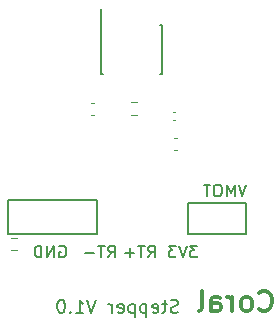
<source format=gbr>
%TF.GenerationSoftware,KiCad,Pcbnew,(6.0.4)*%
%TF.CreationDate,2023-03-08T20:25:47-05:00*%
%TF.ProjectId,Motor_module,4d6f746f-725f-46d6-9f64-756c652e6b69,rev?*%
%TF.SameCoordinates,Original*%
%TF.FileFunction,Legend,Bot*%
%TF.FilePolarity,Positive*%
%FSLAX46Y46*%
G04 Gerber Fmt 4.6, Leading zero omitted, Abs format (unit mm)*
G04 Created by KiCad (PCBNEW (6.0.4)) date 2023-03-08 20:25:47*
%MOMM*%
%LPD*%
G01*
G04 APERTURE LIST*
%ADD10C,0.150000*%
%ADD11C,0.300000*%
%ADD12C,0.180000*%
%ADD13C,0.120000*%
G04 APERTURE END LIST*
D10*
X136510000Y-83280000D02*
X144110000Y-83280000D01*
X144110000Y-83280000D02*
X144110000Y-86080000D01*
X144110000Y-86080000D02*
X136510000Y-86080000D01*
X136510000Y-86080000D02*
X136510000Y-83280000D01*
X151820000Y-83480000D02*
X156720000Y-83480000D01*
X156720000Y-83480000D02*
X156720000Y-86080000D01*
X156720000Y-86080000D02*
X151820000Y-86080000D01*
X151820000Y-86080000D02*
X151820000Y-83480000D01*
X152568095Y-87102380D02*
X151949047Y-87102380D01*
X152282380Y-87483333D01*
X152139523Y-87483333D01*
X152044285Y-87530952D01*
X151996666Y-87578571D01*
X151949047Y-87673809D01*
X151949047Y-87911904D01*
X151996666Y-88007142D01*
X152044285Y-88054761D01*
X152139523Y-88102380D01*
X152425238Y-88102380D01*
X152520476Y-88054761D01*
X152568095Y-88007142D01*
X151663333Y-87102380D02*
X151330000Y-88102380D01*
X150996666Y-87102380D01*
X150758571Y-87102380D02*
X150139523Y-87102380D01*
X150472857Y-87483333D01*
X150330000Y-87483333D01*
X150234761Y-87530952D01*
X150187142Y-87578571D01*
X150139523Y-87673809D01*
X150139523Y-87911904D01*
X150187142Y-88007142D01*
X150234761Y-88054761D01*
X150330000Y-88102380D01*
X150615714Y-88102380D01*
X150710952Y-88054761D01*
X150758571Y-88007142D01*
X145020476Y-88102380D02*
X145353809Y-87626190D01*
X145591904Y-88102380D02*
X145591904Y-87102380D01*
X145210952Y-87102380D01*
X145115714Y-87150000D01*
X145068095Y-87197619D01*
X145020476Y-87292857D01*
X145020476Y-87435714D01*
X145068095Y-87530952D01*
X145115714Y-87578571D01*
X145210952Y-87626190D01*
X145591904Y-87626190D01*
X144734761Y-87102380D02*
X144163333Y-87102380D01*
X144449047Y-88102380D02*
X144449047Y-87102380D01*
X143830000Y-87721428D02*
X143068095Y-87721428D01*
X148420476Y-88102380D02*
X148753809Y-87626190D01*
X148991904Y-88102380D02*
X148991904Y-87102380D01*
X148610952Y-87102380D01*
X148515714Y-87150000D01*
X148468095Y-87197619D01*
X148420476Y-87292857D01*
X148420476Y-87435714D01*
X148468095Y-87530952D01*
X148515714Y-87578571D01*
X148610952Y-87626190D01*
X148991904Y-87626190D01*
X148134761Y-87102380D02*
X147563333Y-87102380D01*
X147849047Y-88102380D02*
X147849047Y-87102380D01*
X147230000Y-87721428D02*
X146468095Y-87721428D01*
X146849047Y-88102380D02*
X146849047Y-87340476D01*
X156729523Y-81932380D02*
X156396190Y-82932380D01*
X156062857Y-81932380D01*
X155729523Y-82932380D02*
X155729523Y-81932380D01*
X155396190Y-82646666D01*
X155062857Y-81932380D01*
X155062857Y-82932380D01*
X154396190Y-81932380D02*
X154205714Y-81932380D01*
X154110476Y-81980000D01*
X154015238Y-82075238D01*
X153967619Y-82265714D01*
X153967619Y-82599047D01*
X154015238Y-82789523D01*
X154110476Y-82884761D01*
X154205714Y-82932380D01*
X154396190Y-82932380D01*
X154491428Y-82884761D01*
X154586666Y-82789523D01*
X154634285Y-82599047D01*
X154634285Y-82265714D01*
X154586666Y-82075238D01*
X154491428Y-81980000D01*
X154396190Y-81932380D01*
X153681904Y-81932380D02*
X153110476Y-81932380D01*
X153396190Y-82932380D02*
X153396190Y-81932380D01*
D11*
X157813324Y-92457149D02*
X157894276Y-92538102D01*
X158137133Y-92619054D01*
X158299038Y-92619054D01*
X158541895Y-92538102D01*
X158703800Y-92376197D01*
X158784752Y-92214292D01*
X158865705Y-91890483D01*
X158865705Y-91647626D01*
X158784752Y-91323816D01*
X158703800Y-91161911D01*
X158541895Y-91000007D01*
X158299038Y-90919054D01*
X158137133Y-90919054D01*
X157894276Y-91000007D01*
X157813324Y-91080959D01*
X156841895Y-92619054D02*
X157003800Y-92538102D01*
X157084752Y-92457149D01*
X157165705Y-92295245D01*
X157165705Y-91809530D01*
X157084752Y-91647626D01*
X157003800Y-91566673D01*
X156841895Y-91485721D01*
X156599038Y-91485721D01*
X156437133Y-91566673D01*
X156356181Y-91647626D01*
X156275229Y-91809530D01*
X156275229Y-92295245D01*
X156356181Y-92457149D01*
X156437133Y-92538102D01*
X156599038Y-92619054D01*
X156841895Y-92619054D01*
X155546657Y-92619054D02*
X155546657Y-91485721D01*
X155546657Y-91809530D02*
X155465705Y-91647626D01*
X155384752Y-91566673D01*
X155222848Y-91485721D01*
X155060943Y-91485721D01*
X153765705Y-92619054D02*
X153765705Y-91728578D01*
X153846657Y-91566673D01*
X154008562Y-91485721D01*
X154332371Y-91485721D01*
X154494276Y-91566673D01*
X153765705Y-92538102D02*
X153927610Y-92619054D01*
X154332371Y-92619054D01*
X154494276Y-92538102D01*
X154575229Y-92376197D01*
X154575229Y-92214292D01*
X154494276Y-92052387D01*
X154332371Y-91971435D01*
X153927610Y-91971435D01*
X153765705Y-91890483D01*
X152713324Y-92619054D02*
X152875229Y-92538102D01*
X152956181Y-92376197D01*
X152956181Y-90919054D01*
D12*
X150937151Y-92745238D02*
X150780009Y-92797619D01*
X150518104Y-92797619D01*
X150413342Y-92745238D01*
X150360961Y-92692857D01*
X150308580Y-92588095D01*
X150308580Y-92483333D01*
X150360961Y-92378571D01*
X150413342Y-92326190D01*
X150518104Y-92273809D01*
X150727628Y-92221428D01*
X150832389Y-92169047D01*
X150884770Y-92116666D01*
X150937151Y-92011904D01*
X150937151Y-91907142D01*
X150884770Y-91802380D01*
X150832389Y-91750000D01*
X150727628Y-91697619D01*
X150465723Y-91697619D01*
X150308580Y-91750000D01*
X149994294Y-92064285D02*
X149575247Y-92064285D01*
X149837151Y-91697619D02*
X149837151Y-92640476D01*
X149784770Y-92745238D01*
X149680009Y-92797619D01*
X149575247Y-92797619D01*
X148789532Y-92745238D02*
X148894294Y-92797619D01*
X149103818Y-92797619D01*
X149208580Y-92745238D01*
X149260961Y-92640476D01*
X149260961Y-92221428D01*
X149208580Y-92116666D01*
X149103818Y-92064285D01*
X148894294Y-92064285D01*
X148789532Y-92116666D01*
X148737151Y-92221428D01*
X148737151Y-92326190D01*
X149260961Y-92430952D01*
X148265723Y-92064285D02*
X148265723Y-93164285D01*
X148265723Y-92116666D02*
X148160961Y-92064285D01*
X147951437Y-92064285D01*
X147846675Y-92116666D01*
X147794294Y-92169047D01*
X147741913Y-92273809D01*
X147741913Y-92588095D01*
X147794294Y-92692857D01*
X147846675Y-92745238D01*
X147951437Y-92797619D01*
X148160961Y-92797619D01*
X148265723Y-92745238D01*
X147270485Y-92064285D02*
X147270485Y-93164285D01*
X147270485Y-92116666D02*
X147165723Y-92064285D01*
X146956199Y-92064285D01*
X146851437Y-92116666D01*
X146799056Y-92169047D01*
X146746675Y-92273809D01*
X146746675Y-92588095D01*
X146799056Y-92692857D01*
X146851437Y-92745238D01*
X146956199Y-92797619D01*
X147165723Y-92797619D01*
X147270485Y-92745238D01*
X145856199Y-92745238D02*
X145960961Y-92797619D01*
X146170485Y-92797619D01*
X146275247Y-92745238D01*
X146327628Y-92640476D01*
X146327628Y-92221428D01*
X146275247Y-92116666D01*
X146170485Y-92064285D01*
X145960961Y-92064285D01*
X145856199Y-92116666D01*
X145803818Y-92221428D01*
X145803818Y-92326190D01*
X146327628Y-92430952D01*
X145332389Y-92797619D02*
X145332389Y-92064285D01*
X145332389Y-92273809D02*
X145280009Y-92169047D01*
X145227628Y-92116666D01*
X145122866Y-92064285D01*
X145018104Y-92064285D01*
X143970485Y-91697619D02*
X143603818Y-92797619D01*
X143237151Y-91697619D01*
X142294294Y-92797619D02*
X142922866Y-92797619D01*
X142608580Y-92797619D02*
X142608580Y-91697619D01*
X142713342Y-91854761D01*
X142818104Y-91959523D01*
X142922866Y-92011904D01*
X141822866Y-92692857D02*
X141770485Y-92745238D01*
X141822866Y-92797619D01*
X141875247Y-92745238D01*
X141822866Y-92692857D01*
X141822866Y-92797619D01*
X141089532Y-91697619D02*
X140984770Y-91697619D01*
X140880009Y-91750000D01*
X140827628Y-91802380D01*
X140775247Y-91907142D01*
X140722866Y-92116666D01*
X140722866Y-92378571D01*
X140775247Y-92588095D01*
X140827628Y-92692857D01*
X140880009Y-92745238D01*
X140984770Y-92797619D01*
X141089532Y-92797619D01*
X141194294Y-92745238D01*
X141246675Y-92692857D01*
X141299056Y-92588095D01*
X141351437Y-92378571D01*
X141351437Y-92116666D01*
X141299056Y-91907142D01*
X141246675Y-91802380D01*
X141194294Y-91750000D01*
X141089532Y-91697619D01*
D10*
X140891904Y-87150000D02*
X140987142Y-87102380D01*
X141130000Y-87102380D01*
X141272857Y-87150000D01*
X141368095Y-87245238D01*
X141415714Y-87340476D01*
X141463333Y-87530952D01*
X141463333Y-87673809D01*
X141415714Y-87864285D01*
X141368095Y-87959523D01*
X141272857Y-88054761D01*
X141130000Y-88102380D01*
X141034761Y-88102380D01*
X140891904Y-88054761D01*
X140844285Y-88007142D01*
X140844285Y-87673809D01*
X141034761Y-87673809D01*
X140415714Y-88102380D02*
X140415714Y-87102380D01*
X139844285Y-88102380D01*
X139844285Y-87102380D01*
X139368095Y-88102380D02*
X139368095Y-87102380D01*
X139130000Y-87102380D01*
X138987142Y-87150000D01*
X138891904Y-87245238D01*
X138844285Y-87340476D01*
X138796666Y-87530952D01*
X138796666Y-87673809D01*
X138844285Y-87864285D01*
X138891904Y-87959523D01*
X138987142Y-88054761D01*
X139130000Y-88102380D01*
X139368095Y-88102380D01*
D13*
%TO.C,R11*%
X137297258Y-87482500D02*
X136822742Y-87482500D01*
X137297258Y-86437500D02*
X136822742Y-86437500D01*
%TO.C,R5*%
X146982742Y-74977500D02*
X147457258Y-74977500D01*
X146982742Y-76022500D02*
X147457258Y-76022500D01*
%TO.C,C2*%
X143589420Y-76020000D02*
X143870580Y-76020000D01*
X143589420Y-75000000D02*
X143870580Y-75000000D01*
%TO.C,C7*%
X150707836Y-76490000D02*
X150492164Y-76490000D01*
X150707836Y-75770000D02*
X150492164Y-75770000D01*
%TO.C,C4*%
X150609420Y-77970000D02*
X150890580Y-77970000D01*
X150609420Y-78990000D02*
X150890580Y-78990000D01*
D10*
%TO.C,U3*%
X144405000Y-68465000D02*
X144405000Y-72615000D01*
X149555000Y-72615000D02*
X149410000Y-72615000D01*
X149555000Y-68465000D02*
X149555000Y-72615000D01*
X144405000Y-68465000D02*
X144455000Y-68465000D01*
X149555000Y-68465000D02*
X149410000Y-68465000D01*
X144455000Y-68465000D02*
X144455000Y-67065000D01*
X144405000Y-72615000D02*
X144550000Y-72615000D01*
%TD*%
M02*

</source>
